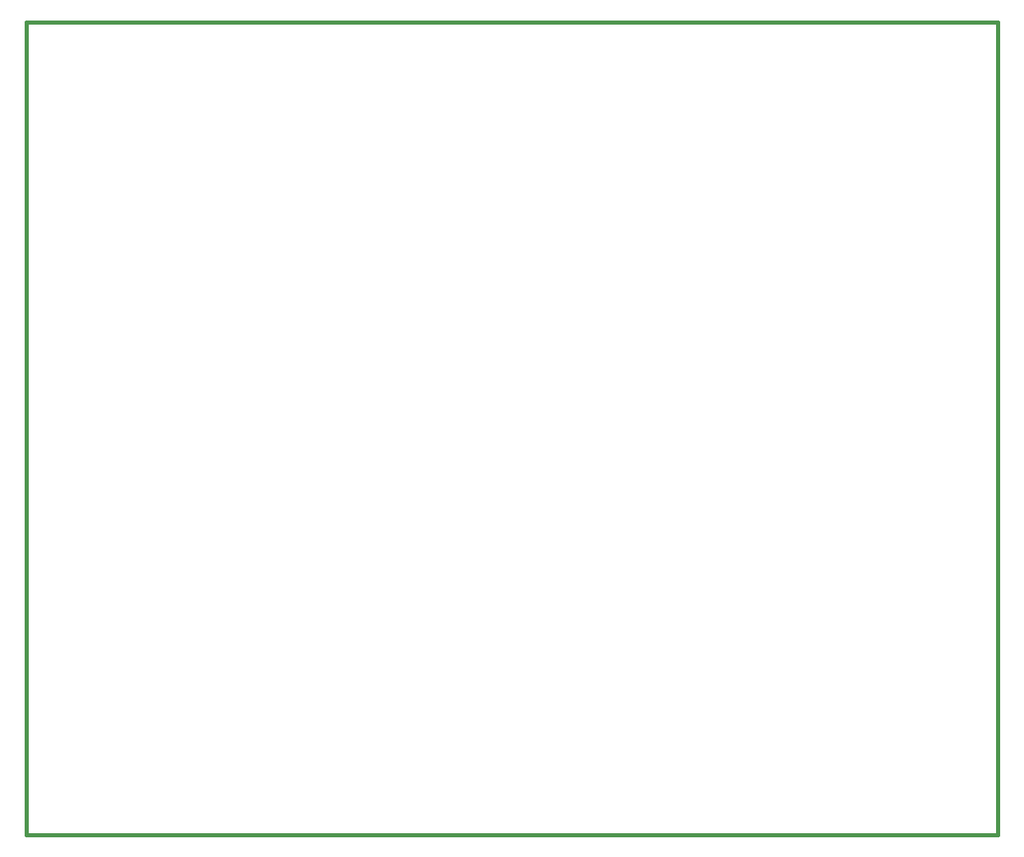
<source format=gbr>
G04 (created by PCBNEW-RS274X (2012-01-19 BZR 3256)-stable) date 25/06/2013 20:59:23*
G01*
G70*
G90*
%MOIN*%
G04 Gerber Fmt 3.4, Leading zero omitted, Abs format*
%FSLAX34Y34*%
G04 APERTURE LIST*
%ADD10C,0.006000*%
%ADD11C,0.015000*%
G04 APERTURE END LIST*
G54D10*
G54D11*
X39400Y30000D02*
X39400Y33000D01*
X00000Y30000D02*
X00000Y33000D01*
X39400Y30000D02*
X39400Y27500D01*
X00000Y33000D02*
X39400Y33000D01*
X00000Y27500D02*
X00000Y30000D01*
X00000Y24000D02*
X00000Y27500D01*
X39400Y24000D02*
X39400Y27500D01*
X00000Y00000D02*
X39400Y00000D01*
X00000Y24000D02*
X00000Y00000D01*
X39400Y24000D02*
X39400Y00000D01*
M02*

</source>
